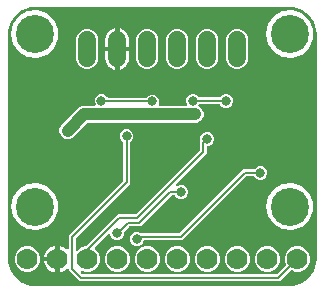
<source format=gbr>
G04 EAGLE Gerber RS-274X export*
G75*
%MOMM*%
%FSLAX34Y34*%
%LPD*%
%INBottom Copper*%
%IPPOS*%
%AMOC8*
5,1,8,0,0,1.08239X$1,22.5*%
G01*
%ADD10C,3.216000*%
%ADD11C,1.778000*%
%ADD12C,1.508000*%
%ADD13C,0.800100*%
%ADD14C,0.203200*%
%ADD15C,0.906400*%
%ADD16C,1.016000*%

G36*
X241344Y2547D02*
X241344Y2547D01*
X241380Y2544D01*
X244797Y2813D01*
X244955Y2848D01*
X245031Y2859D01*
X251531Y4971D01*
X251786Y5096D01*
X251800Y5109D01*
X251814Y5115D01*
X257343Y9133D01*
X257547Y9330D01*
X257556Y9346D01*
X257567Y9357D01*
X261585Y14886D01*
X261718Y15137D01*
X261722Y15156D01*
X261729Y15169D01*
X263841Y21669D01*
X263869Y21829D01*
X263887Y21903D01*
X264156Y25320D01*
X264153Y25365D01*
X264159Y25400D01*
X264159Y215900D01*
X264153Y215944D01*
X264156Y215980D01*
X263887Y219397D01*
X263852Y219555D01*
X263841Y219631D01*
X261729Y226131D01*
X261604Y226386D01*
X261591Y226400D01*
X261585Y226414D01*
X257567Y231943D01*
X257370Y232147D01*
X257354Y232156D01*
X257343Y232167D01*
X251814Y236185D01*
X251563Y236318D01*
X251544Y236322D01*
X251531Y236329D01*
X245031Y238441D01*
X244871Y238469D01*
X244797Y238487D01*
X241380Y238756D01*
X241335Y238753D01*
X241300Y238759D01*
X25400Y238759D01*
X25356Y238753D01*
X25320Y238756D01*
X21903Y238487D01*
X21745Y238452D01*
X21669Y238441D01*
X15169Y236329D01*
X14914Y236204D01*
X14900Y236191D01*
X14886Y236185D01*
X9357Y232167D01*
X9153Y231970D01*
X9144Y231954D01*
X9133Y231943D01*
X5115Y226414D01*
X4982Y226163D01*
X4978Y226144D01*
X4971Y226131D01*
X2859Y219631D01*
X2831Y219471D01*
X2813Y219397D01*
X2544Y215980D01*
X2547Y215935D01*
X2541Y215900D01*
X2541Y25400D01*
X2547Y25356D01*
X2544Y25320D01*
X2813Y21903D01*
X2848Y21745D01*
X2859Y21669D01*
X4971Y15169D01*
X5096Y14914D01*
X5109Y14900D01*
X5115Y14886D01*
X9133Y9357D01*
X9330Y9153D01*
X9346Y9144D01*
X9357Y9133D01*
X14886Y5115D01*
X15137Y4982D01*
X15156Y4978D01*
X15169Y4971D01*
X21669Y2859D01*
X21829Y2831D01*
X21903Y2813D01*
X25320Y2544D01*
X25365Y2547D01*
X25400Y2541D01*
X241300Y2541D01*
X241344Y2547D01*
G37*
%LPC*%
G36*
X63507Y6476D02*
X63507Y6476D01*
X54101Y15882D01*
X54101Y16435D01*
X54097Y16464D01*
X54100Y16493D01*
X54077Y16604D01*
X54061Y16716D01*
X54049Y16743D01*
X54044Y16772D01*
X53991Y16872D01*
X53945Y16976D01*
X53926Y16998D01*
X53913Y17024D01*
X53835Y17106D01*
X53762Y17193D01*
X53737Y17209D01*
X53717Y17230D01*
X53619Y17287D01*
X53525Y17350D01*
X53497Y17359D01*
X53472Y17374D01*
X53362Y17402D01*
X53254Y17436D01*
X53224Y17437D01*
X53196Y17444D01*
X53083Y17440D01*
X52970Y17443D01*
X52941Y17436D01*
X52912Y17435D01*
X52804Y17400D01*
X52695Y17372D01*
X52669Y17357D01*
X52641Y17348D01*
X52577Y17302D01*
X52450Y17226D01*
X52407Y17181D01*
X52368Y17153D01*
X51897Y16681D01*
X50441Y15624D01*
X48838Y14807D01*
X47127Y14251D01*
X46481Y14148D01*
X46481Y24384D01*
X46473Y24442D01*
X46475Y24500D01*
X46453Y24582D01*
X46441Y24665D01*
X46417Y24719D01*
X46403Y24775D01*
X46360Y24848D01*
X46325Y24925D01*
X46287Y24969D01*
X46257Y25020D01*
X46196Y25077D01*
X46141Y25142D01*
X46093Y25174D01*
X46050Y25214D01*
X45975Y25253D01*
X45905Y25299D01*
X45849Y25317D01*
X45797Y25344D01*
X45729Y25355D01*
X45634Y25385D01*
X45534Y25388D01*
X45466Y25399D01*
X44449Y25399D01*
X44449Y25401D01*
X45466Y25401D01*
X45524Y25409D01*
X45582Y25408D01*
X45664Y25429D01*
X45747Y25441D01*
X45801Y25465D01*
X45857Y25479D01*
X45930Y25522D01*
X46007Y25557D01*
X46052Y25595D01*
X46102Y25625D01*
X46160Y25686D01*
X46224Y25741D01*
X46256Y25789D01*
X46296Y25832D01*
X46335Y25907D01*
X46381Y25977D01*
X46399Y26033D01*
X46426Y26085D01*
X46437Y26153D01*
X46467Y26248D01*
X46470Y26348D01*
X46481Y26416D01*
X46481Y36652D01*
X47127Y36549D01*
X48838Y35993D01*
X50441Y35176D01*
X51897Y34119D01*
X52368Y33647D01*
X52392Y33630D01*
X52411Y33607D01*
X52505Y33545D01*
X52595Y33476D01*
X52623Y33466D01*
X52647Y33450D01*
X52755Y33416D01*
X52861Y33375D01*
X52890Y33373D01*
X52918Y33364D01*
X53031Y33361D01*
X53144Y33352D01*
X53173Y33357D01*
X53202Y33357D01*
X53312Y33385D01*
X53423Y33408D01*
X53449Y33421D01*
X53477Y33428D01*
X53575Y33486D01*
X53675Y33539D01*
X53697Y33559D01*
X53722Y33574D01*
X53799Y33656D01*
X53881Y33734D01*
X53896Y33760D01*
X53916Y33781D01*
X53968Y33882D01*
X54025Y33980D01*
X54032Y34008D01*
X54046Y34034D01*
X54059Y34111D01*
X54095Y34255D01*
X54093Y34318D01*
X54101Y34365D01*
X54101Y45713D01*
X99785Y91397D01*
X99838Y91467D01*
X99898Y91531D01*
X99923Y91580D01*
X99956Y91624D01*
X99987Y91706D01*
X100027Y91784D01*
X100035Y91831D01*
X100058Y91890D01*
X100070Y92038D01*
X100083Y92115D01*
X100083Y123818D01*
X100071Y123904D01*
X100068Y123992D01*
X100051Y124044D01*
X100043Y124099D01*
X100007Y124179D01*
X99980Y124262D01*
X99952Y124301D01*
X99927Y124358D01*
X99831Y124472D01*
X99785Y124535D01*
X98232Y126089D01*
X97352Y128213D01*
X97352Y130512D01*
X98232Y132636D01*
X99858Y134262D01*
X101982Y135142D01*
X104281Y135142D01*
X106405Y134262D01*
X108031Y132636D01*
X108911Y130512D01*
X108911Y128213D01*
X108031Y126089D01*
X106478Y124535D01*
X106425Y124466D01*
X106365Y124402D01*
X106340Y124352D01*
X106307Y124308D01*
X106276Y124227D01*
X106236Y124149D01*
X106228Y124101D01*
X106205Y124043D01*
X106193Y123895D01*
X106180Y123818D01*
X106180Y89169D01*
X60496Y43485D01*
X60444Y43415D01*
X60384Y43351D01*
X60358Y43301D01*
X60325Y43257D01*
X60294Y43176D01*
X60254Y43098D01*
X60246Y43050D01*
X60224Y42992D01*
X60212Y42844D01*
X60199Y42767D01*
X60199Y33288D01*
X60203Y33259D01*
X60200Y33229D01*
X60223Y33118D01*
X60239Y33006D01*
X60251Y32979D01*
X60256Y32951D01*
X60309Y32850D01*
X60355Y32747D01*
X60374Y32724D01*
X60387Y32698D01*
X60465Y32616D01*
X60538Y32530D01*
X60563Y32513D01*
X60583Y32492D01*
X60681Y32435D01*
X60775Y32372D01*
X60803Y32363D01*
X60828Y32348D01*
X60938Y32321D01*
X61046Y32286D01*
X61076Y32286D01*
X61104Y32278D01*
X61217Y32282D01*
X61330Y32279D01*
X61359Y32286D01*
X61388Y32287D01*
X61496Y32322D01*
X61605Y32351D01*
X61631Y32366D01*
X61659Y32375D01*
X61722Y32420D01*
X61850Y32496D01*
X61893Y32542D01*
X61932Y32570D01*
X63807Y34445D01*
X67728Y36069D01*
X68167Y36069D01*
X68253Y36081D01*
X68341Y36084D01*
X68393Y36101D01*
X68448Y36109D01*
X68528Y36144D01*
X68611Y36171D01*
X68650Y36199D01*
X68708Y36225D01*
X68821Y36321D01*
X68885Y36366D01*
X93809Y61290D01*
X93809Y61291D01*
X95892Y63374D01*
X110712Y63374D01*
X110798Y63386D01*
X110886Y63389D01*
X110938Y63406D01*
X110993Y63414D01*
X111073Y63449D01*
X111156Y63476D01*
X111195Y63504D01*
X111253Y63530D01*
X111366Y63626D01*
X111430Y63671D01*
X164849Y117090D01*
X164901Y117160D01*
X164961Y117224D01*
X164987Y117274D01*
X165020Y117318D01*
X165051Y117399D01*
X165091Y117477D01*
X165099Y117525D01*
X165121Y117583D01*
X165133Y117731D01*
X165146Y117808D01*
X165146Y124928D01*
X165373Y125155D01*
X165426Y125225D01*
X165486Y125289D01*
X165511Y125338D01*
X165544Y125382D01*
X165575Y125464D01*
X165615Y125542D01*
X165623Y125589D01*
X165646Y125648D01*
X165658Y125796D01*
X165671Y125873D01*
X165671Y128070D01*
X166551Y130194D01*
X168176Y131819D01*
X170300Y132699D01*
X172600Y132699D01*
X174724Y131819D01*
X176349Y130194D01*
X177229Y128070D01*
X177229Y125770D01*
X176349Y123646D01*
X174724Y122021D01*
X172600Y121141D01*
X172259Y121141D01*
X172201Y121133D01*
X172143Y121134D01*
X172061Y121113D01*
X171977Y121101D01*
X171924Y121077D01*
X171868Y121062D01*
X171795Y121019D01*
X171718Y120985D01*
X171673Y120947D01*
X171623Y120917D01*
X171565Y120855D01*
X171501Y120801D01*
X171469Y120752D01*
X171429Y120710D01*
X171390Y120635D01*
X171343Y120564D01*
X171326Y120509D01*
X171299Y120457D01*
X171288Y120389D01*
X171258Y120293D01*
X171255Y120194D01*
X171244Y120126D01*
X171244Y114862D01*
X145268Y88887D01*
X145217Y88818D01*
X145158Y88755D01*
X145131Y88705D01*
X145097Y88659D01*
X145067Y88579D01*
X145027Y88503D01*
X145016Y88447D01*
X144996Y88394D01*
X144989Y88308D01*
X144972Y88224D01*
X144977Y88167D01*
X144972Y88110D01*
X144989Y88026D01*
X144997Y87941D01*
X145017Y87888D01*
X145028Y87832D01*
X145068Y87755D01*
X145099Y87675D01*
X145133Y87630D01*
X145159Y87579D01*
X145218Y87517D01*
X145270Y87449D01*
X145316Y87415D01*
X145355Y87373D01*
X145429Y87330D01*
X145498Y87278D01*
X145551Y87258D01*
X145600Y87230D01*
X145684Y87208D01*
X145764Y87178D01*
X145821Y87173D01*
X145876Y87159D01*
X145962Y87162D01*
X146047Y87155D01*
X146096Y87166D01*
X146160Y87168D01*
X146298Y87213D01*
X146375Y87231D01*
X148260Y88012D01*
X150559Y88012D01*
X152683Y87132D01*
X154309Y85506D01*
X155189Y83382D01*
X155189Y81083D01*
X154309Y78959D01*
X152683Y77333D01*
X150559Y76453D01*
X148260Y76453D01*
X146136Y77333D01*
X144583Y78886D01*
X144513Y78939D01*
X144449Y78999D01*
X144400Y79024D01*
X144355Y79057D01*
X144274Y79088D01*
X144196Y79128D01*
X144148Y79136D01*
X144090Y79159D01*
X143942Y79171D01*
X143865Y79184D01*
X141733Y79184D01*
X141647Y79172D01*
X141559Y79169D01*
X141507Y79152D01*
X141452Y79144D01*
X141372Y79108D01*
X141289Y79081D01*
X141249Y79053D01*
X141192Y79028D01*
X141079Y78932D01*
X141015Y78886D01*
X115341Y53212D01*
X106237Y53212D01*
X106150Y53200D01*
X106063Y53197D01*
X106010Y53180D01*
X105955Y53172D01*
X105875Y53137D01*
X105792Y53110D01*
X105753Y53082D01*
X105696Y53056D01*
X105583Y52960D01*
X105519Y52915D01*
X101051Y48447D01*
X100999Y48377D01*
X100939Y48313D01*
X100913Y48264D01*
X100880Y48220D01*
X100849Y48138D01*
X100809Y48060D01*
X100801Y48013D01*
X100779Y47954D01*
X100767Y47807D01*
X100754Y47729D01*
X100754Y46116D01*
X99874Y43992D01*
X98248Y42366D01*
X96124Y41486D01*
X93825Y41486D01*
X91701Y42366D01*
X90075Y43992D01*
X89209Y46082D01*
X89151Y46181D01*
X89098Y46283D01*
X89079Y46303D01*
X89065Y46327D01*
X88981Y46406D01*
X88902Y46489D01*
X88878Y46503D01*
X88858Y46522D01*
X88756Y46575D01*
X88657Y46633D01*
X88630Y46640D01*
X88605Y46653D01*
X88492Y46675D01*
X88381Y46703D01*
X88354Y46702D01*
X88326Y46708D01*
X88212Y46698D01*
X88097Y46694D01*
X88071Y46686D01*
X88043Y46683D01*
X87936Y46642D01*
X87827Y46607D01*
X87806Y46592D01*
X87778Y46581D01*
X87565Y46420D01*
X87553Y46412D01*
X76458Y35316D01*
X76423Y35269D01*
X76380Y35229D01*
X76337Y35156D01*
X76287Y35089D01*
X76266Y35034D01*
X76236Y34984D01*
X76216Y34902D01*
X76185Y34823D01*
X76181Y34765D01*
X76166Y34708D01*
X76169Y34624D01*
X76162Y34540D01*
X76173Y34483D01*
X76175Y34424D01*
X76201Y34344D01*
X76218Y34261D01*
X76245Y34209D01*
X76263Y34154D01*
X76303Y34097D01*
X76349Y34009D01*
X76418Y33936D01*
X76458Y33880D01*
X78894Y31443D01*
X80519Y27522D01*
X80519Y23278D01*
X78894Y19357D01*
X75893Y16356D01*
X71972Y14731D01*
X67728Y14731D01*
X65867Y15502D01*
X65783Y15524D01*
X65703Y15554D01*
X65646Y15559D01*
X65591Y15573D01*
X65505Y15571D01*
X65420Y15578D01*
X65364Y15567D01*
X65307Y15565D01*
X65225Y15539D01*
X65141Y15522D01*
X65090Y15496D01*
X65036Y15478D01*
X64965Y15431D01*
X64889Y15391D01*
X64847Y15352D01*
X64800Y15320D01*
X64745Y15254D01*
X64683Y15195D01*
X64654Y15146D01*
X64617Y15103D01*
X64582Y15024D01*
X64539Y14950D01*
X64525Y14895D01*
X64502Y14843D01*
X64490Y14758D01*
X64469Y14674D01*
X64471Y14618D01*
X64463Y14561D01*
X64475Y14476D01*
X64478Y14390D01*
X64495Y14336D01*
X64503Y14280D01*
X64539Y14202D01*
X64565Y14120D01*
X64594Y14079D01*
X64621Y14021D01*
X64715Y13910D01*
X64760Y13846D01*
X65735Y12871D01*
X65805Y12819D01*
X65869Y12759D01*
X65919Y12733D01*
X65963Y12700D01*
X66044Y12669D01*
X66122Y12629D01*
X66170Y12621D01*
X66228Y12599D01*
X66376Y12587D01*
X66453Y12574D01*
X230092Y12574D01*
X230178Y12586D01*
X230266Y12589D01*
X230318Y12606D01*
X230373Y12614D01*
X230453Y12649D01*
X230536Y12676D01*
X230575Y12704D01*
X230633Y12730D01*
X230746Y12826D01*
X230810Y12871D01*
X237742Y19804D01*
X237743Y19805D01*
X237744Y19806D01*
X237833Y19924D01*
X237913Y20031D01*
X237913Y20032D01*
X237914Y20034D01*
X237963Y20161D01*
X238014Y20296D01*
X238014Y20298D01*
X238015Y20299D01*
X238026Y20444D01*
X238038Y20580D01*
X238037Y20581D01*
X238038Y20583D01*
X238034Y20598D01*
X237982Y20858D01*
X237968Y20886D01*
X237962Y20910D01*
X236981Y23278D01*
X236981Y27522D01*
X238606Y31443D01*
X241607Y34444D01*
X245528Y36069D01*
X249772Y36069D01*
X253693Y34444D01*
X256694Y31443D01*
X258319Y27522D01*
X258319Y23278D01*
X256694Y19357D01*
X253693Y16356D01*
X249772Y14731D01*
X245528Y14731D01*
X243160Y15712D01*
X243158Y15712D01*
X243157Y15713D01*
X243023Y15747D01*
X242885Y15783D01*
X242883Y15783D01*
X242882Y15783D01*
X242741Y15779D01*
X242601Y15775D01*
X242599Y15774D01*
X242597Y15774D01*
X242465Y15731D01*
X242330Y15688D01*
X242328Y15687D01*
X242327Y15687D01*
X242315Y15678D01*
X242094Y15530D01*
X242074Y15506D01*
X242054Y15492D01*
X233038Y6476D01*
X63507Y6476D01*
G37*
%LPD*%
%LPC*%
G36*
X51925Y127052D02*
X51925Y127052D01*
X49311Y128135D01*
X47310Y130136D01*
X46227Y132750D01*
X46227Y135580D01*
X47310Y138194D01*
X63101Y153985D01*
X65715Y155068D01*
X75928Y155068D01*
X76042Y155084D01*
X76157Y155094D01*
X76183Y155104D01*
X76210Y155108D01*
X76315Y155155D01*
X76422Y155196D01*
X76444Y155212D01*
X76469Y155224D01*
X76557Y155298D01*
X76649Y155367D01*
X76665Y155390D01*
X76686Y155407D01*
X76750Y155503D01*
X76819Y155595D01*
X76829Y155621D01*
X76844Y155644D01*
X76879Y155754D01*
X76919Y155861D01*
X76921Y155889D01*
X76930Y155915D01*
X76933Y156030D01*
X76942Y156144D01*
X76936Y156169D01*
X76937Y156199D01*
X76870Y156456D01*
X76866Y156472D01*
X76136Y158235D01*
X76136Y160535D01*
X77016Y162659D01*
X78641Y164284D01*
X80765Y165164D01*
X83065Y165164D01*
X85189Y164284D01*
X86814Y162659D01*
X86885Y162489D01*
X86885Y162488D01*
X86886Y162486D01*
X86956Y162367D01*
X87029Y162244D01*
X87030Y162243D01*
X87031Y162242D01*
X87135Y162144D01*
X87236Y162049D01*
X87237Y162048D01*
X87238Y162047D01*
X87364Y161983D01*
X87489Y161919D01*
X87490Y161918D01*
X87492Y161918D01*
X87506Y161915D01*
X87767Y161864D01*
X87798Y161866D01*
X87823Y161862D01*
X119550Y161862D01*
X119637Y161874D01*
X119724Y161877D01*
X119777Y161894D01*
X119832Y161902D01*
X119911Y161938D01*
X119995Y161965D01*
X120034Y161993D01*
X120091Y162018D01*
X120204Y162114D01*
X120268Y162160D01*
X121821Y163713D01*
X123945Y164593D01*
X126245Y164593D01*
X128369Y163713D01*
X129994Y162087D01*
X130874Y159963D01*
X130874Y157664D01*
X130380Y156472D01*
X130352Y156360D01*
X130317Y156251D01*
X130316Y156223D01*
X130309Y156196D01*
X130313Y156082D01*
X130310Y155967D01*
X130317Y155940D01*
X130318Y155912D01*
X130353Y155803D01*
X130382Y155692D01*
X130396Y155668D01*
X130404Y155641D01*
X130468Y155546D01*
X130527Y155447D01*
X130547Y155428D01*
X130562Y155405D01*
X130650Y155331D01*
X130734Y155253D01*
X130759Y155240D01*
X130780Y155222D01*
X130885Y155176D01*
X130987Y155123D01*
X131012Y155119D01*
X131040Y155107D01*
X131304Y155070D01*
X131318Y155068D01*
X153398Y155068D01*
X153512Y155084D01*
X153627Y155094D01*
X153653Y155104D01*
X153680Y155108D01*
X153785Y155155D01*
X153892Y155196D01*
X153914Y155212D01*
X153939Y155224D01*
X154027Y155298D01*
X154119Y155367D01*
X154135Y155390D01*
X154156Y155407D01*
X154220Y155503D01*
X154289Y155595D01*
X154299Y155621D01*
X154314Y155644D01*
X154349Y155754D01*
X154389Y155861D01*
X154391Y155889D01*
X154400Y155915D01*
X154403Y156030D01*
X154412Y156144D01*
X154406Y156169D01*
X154407Y156199D01*
X154340Y156456D01*
X154336Y156472D01*
X153606Y158235D01*
X153606Y160535D01*
X154486Y162659D01*
X156111Y164284D01*
X158235Y165164D01*
X160535Y165164D01*
X162659Y164284D01*
X164212Y162731D01*
X164282Y162679D01*
X164346Y162619D01*
X164395Y162593D01*
X164439Y162560D01*
X164521Y162529D01*
X164599Y162489D01*
X164646Y162481D01*
X164705Y162459D01*
X164853Y162447D01*
X164930Y162434D01*
X181780Y162434D01*
X181867Y162446D01*
X181954Y162449D01*
X182007Y162466D01*
X182062Y162474D01*
X182141Y162509D01*
X182225Y162536D01*
X182264Y162564D01*
X182321Y162590D01*
X182434Y162686D01*
X182498Y162731D01*
X184051Y164284D01*
X186175Y165164D01*
X188475Y165164D01*
X190599Y164284D01*
X192224Y162659D01*
X193104Y160535D01*
X193104Y158235D01*
X192224Y156111D01*
X190599Y154486D01*
X188475Y153606D01*
X186175Y153606D01*
X184051Y154486D01*
X182498Y156039D01*
X182428Y156091D01*
X182364Y156151D01*
X182315Y156177D01*
X182271Y156210D01*
X182189Y156241D01*
X182111Y156281D01*
X182064Y156289D01*
X182005Y156311D01*
X181857Y156323D01*
X181780Y156336D01*
X164930Y156336D01*
X164843Y156324D01*
X164756Y156321D01*
X164703Y156304D01*
X164648Y156296D01*
X164569Y156261D01*
X164486Y156234D01*
X164446Y156206D01*
X164389Y156180D01*
X164276Y156085D01*
X164212Y156039D01*
X164158Y155985D01*
X164089Y155894D01*
X164015Y155806D01*
X164004Y155780D01*
X163987Y155758D01*
X163946Y155651D01*
X163900Y155546D01*
X163896Y155518D01*
X163886Y155493D01*
X163877Y155378D01*
X163861Y155264D01*
X163865Y155237D01*
X163862Y155209D01*
X163885Y155097D01*
X163902Y154983D01*
X163913Y154958D01*
X163918Y154931D01*
X163971Y154828D01*
X164019Y154724D01*
X164036Y154703D01*
X164049Y154678D01*
X164128Y154595D01*
X164203Y154507D01*
X164224Y154494D01*
X164245Y154472D01*
X164476Y154336D01*
X164488Y154329D01*
X165319Y153985D01*
X167320Y151984D01*
X168403Y149370D01*
X168403Y146540D01*
X167320Y143926D01*
X165319Y141925D01*
X162705Y140842D01*
X70497Y140842D01*
X70410Y140830D01*
X70323Y140827D01*
X70270Y140810D01*
X70215Y140802D01*
X70135Y140767D01*
X70052Y140740D01*
X70013Y140712D01*
X69956Y140686D01*
X69843Y140590D01*
X69779Y140545D01*
X57369Y128135D01*
X54755Y127052D01*
X51925Y127052D01*
G37*
%LPD*%
%LPC*%
G36*
X19177Y196748D02*
X19177Y196748D01*
X11925Y200934D01*
X7003Y207709D01*
X5262Y215900D01*
X7003Y224091D01*
X11925Y230866D01*
X19177Y235052D01*
X27505Y235928D01*
X35469Y233340D01*
X41692Y227737D01*
X45098Y220087D01*
X45098Y211713D01*
X41692Y204063D01*
X35469Y198460D01*
X27505Y195872D01*
X19177Y196748D01*
G37*
%LPD*%
%LPC*%
G36*
X235077Y196748D02*
X235077Y196748D01*
X227825Y200934D01*
X222903Y207709D01*
X221162Y215900D01*
X222903Y224091D01*
X227825Y230866D01*
X235077Y235052D01*
X243405Y235928D01*
X251369Y233340D01*
X257592Y227737D01*
X260998Y220087D01*
X260998Y211713D01*
X257592Y204063D01*
X251369Y198460D01*
X243405Y195872D01*
X235077Y196748D01*
G37*
%LPD*%
%LPC*%
G36*
X19177Y50698D02*
X19177Y50698D01*
X11925Y54884D01*
X7003Y61659D01*
X5262Y69850D01*
X7003Y78041D01*
X11925Y84816D01*
X19177Y89002D01*
X27505Y89878D01*
X35469Y87290D01*
X41692Y81687D01*
X45098Y74037D01*
X45098Y65663D01*
X41692Y58013D01*
X35469Y52410D01*
X27505Y49822D01*
X19177Y50698D01*
G37*
%LPD*%
%LPC*%
G36*
X235077Y50698D02*
X235077Y50698D01*
X227825Y54884D01*
X222903Y61659D01*
X221162Y69850D01*
X222903Y78041D01*
X227825Y84816D01*
X235077Y89002D01*
X243405Y89878D01*
X251369Y87290D01*
X257592Y81687D01*
X260998Y74037D01*
X260998Y65663D01*
X257592Y58013D01*
X251369Y52410D01*
X243405Y49822D01*
X235077Y50698D01*
G37*
%LPD*%
%LPC*%
G36*
X110610Y36766D02*
X110610Y36766D01*
X108486Y37646D01*
X106861Y39271D01*
X105981Y41395D01*
X105981Y43695D01*
X106861Y45819D01*
X108486Y47444D01*
X110610Y48324D01*
X112910Y48324D01*
X114716Y47576D01*
X114746Y47568D01*
X114773Y47554D01*
X114851Y47541D01*
X114991Y47505D01*
X115056Y47507D01*
X115104Y47499D01*
X147542Y47499D01*
X147628Y47511D01*
X147716Y47514D01*
X147768Y47531D01*
X147823Y47539D01*
X147903Y47574D01*
X147986Y47601D01*
X148025Y47629D01*
X148083Y47655D01*
X148196Y47751D01*
X148260Y47796D01*
X201937Y101474D01*
X210990Y101474D01*
X211077Y101486D01*
X211164Y101489D01*
X211217Y101506D01*
X211272Y101514D01*
X211351Y101549D01*
X211435Y101576D01*
X211474Y101604D01*
X211531Y101630D01*
X211644Y101726D01*
X211708Y101771D01*
X213261Y103324D01*
X215385Y104204D01*
X217685Y104204D01*
X219809Y103324D01*
X221434Y101699D01*
X222314Y99575D01*
X222314Y97275D01*
X221434Y95151D01*
X219809Y93526D01*
X217685Y92646D01*
X215385Y92646D01*
X213261Y93526D01*
X211708Y95079D01*
X211638Y95131D01*
X211574Y95191D01*
X211525Y95217D01*
X211481Y95250D01*
X211399Y95281D01*
X211321Y95321D01*
X211274Y95329D01*
X211215Y95351D01*
X211067Y95363D01*
X210990Y95376D01*
X204883Y95376D01*
X204797Y95364D01*
X204709Y95361D01*
X204657Y95344D01*
X204602Y95336D01*
X204522Y95301D01*
X204439Y95274D01*
X204400Y95246D01*
X204342Y95220D01*
X204229Y95124D01*
X204165Y95079D01*
X150488Y41401D01*
X118220Y41401D01*
X118218Y41401D01*
X118217Y41401D01*
X118078Y41381D01*
X117939Y41361D01*
X117937Y41361D01*
X117936Y41361D01*
X117810Y41304D01*
X117679Y41245D01*
X117678Y41244D01*
X117676Y41243D01*
X117569Y41152D01*
X117462Y41062D01*
X117461Y41060D01*
X117460Y41059D01*
X117452Y41046D01*
X117305Y40825D01*
X117295Y40796D01*
X117282Y40775D01*
X116659Y39271D01*
X115034Y37646D01*
X112910Y36766D01*
X110610Y36766D01*
G37*
%LPD*%
%LPC*%
G36*
X118796Y186341D02*
X118796Y186341D01*
X115371Y187760D01*
X112750Y190381D01*
X111331Y193806D01*
X111331Y212594D01*
X112750Y216019D01*
X115371Y218640D01*
X118796Y220059D01*
X122504Y220059D01*
X125929Y218640D01*
X128550Y216019D01*
X129969Y212594D01*
X129969Y193806D01*
X128550Y190381D01*
X125929Y187760D01*
X122504Y186341D01*
X118796Y186341D01*
G37*
%LPD*%
%LPC*%
G36*
X67996Y186341D02*
X67996Y186341D01*
X64571Y187760D01*
X61950Y190381D01*
X60531Y193806D01*
X60531Y212594D01*
X61950Y216019D01*
X64571Y218640D01*
X67996Y220059D01*
X71704Y220059D01*
X75129Y218640D01*
X77750Y216019D01*
X79169Y212594D01*
X79169Y193806D01*
X77750Y190381D01*
X75129Y187760D01*
X71704Y186341D01*
X67996Y186341D01*
G37*
%LPD*%
%LPC*%
G36*
X194996Y186341D02*
X194996Y186341D01*
X191571Y187760D01*
X188950Y190381D01*
X187531Y193806D01*
X187531Y212594D01*
X188950Y216019D01*
X191571Y218640D01*
X194996Y220059D01*
X198704Y220059D01*
X202129Y218640D01*
X204750Y216019D01*
X206169Y212594D01*
X206169Y193806D01*
X204750Y190381D01*
X202129Y187760D01*
X198704Y186341D01*
X194996Y186341D01*
G37*
%LPD*%
%LPC*%
G36*
X169596Y186341D02*
X169596Y186341D01*
X166171Y187760D01*
X163550Y190381D01*
X162131Y193806D01*
X162131Y212594D01*
X163550Y216019D01*
X166171Y218640D01*
X169596Y220059D01*
X173304Y220059D01*
X176729Y218640D01*
X179350Y216019D01*
X180769Y212594D01*
X180769Y193806D01*
X179350Y190381D01*
X176729Y187760D01*
X173304Y186341D01*
X169596Y186341D01*
G37*
%LPD*%
%LPC*%
G36*
X144196Y186341D02*
X144196Y186341D01*
X140771Y187760D01*
X138150Y190381D01*
X136731Y193806D01*
X136731Y212594D01*
X138150Y216019D01*
X140771Y218640D01*
X144196Y220059D01*
X147904Y220059D01*
X151329Y218640D01*
X153950Y216019D01*
X155369Y212594D01*
X155369Y193806D01*
X153950Y190381D01*
X151329Y187760D01*
X147904Y186341D01*
X144196Y186341D01*
G37*
%LPD*%
%LPC*%
G36*
X220128Y14731D02*
X220128Y14731D01*
X216207Y16356D01*
X213206Y19357D01*
X211581Y23278D01*
X211581Y27522D01*
X213206Y31443D01*
X216207Y34444D01*
X220128Y36069D01*
X224372Y36069D01*
X228293Y34444D01*
X231294Y31443D01*
X232919Y27522D01*
X232919Y23278D01*
X231294Y19357D01*
X228293Y16356D01*
X224372Y14731D01*
X220128Y14731D01*
G37*
%LPD*%
%LPC*%
G36*
X194728Y14731D02*
X194728Y14731D01*
X190807Y16356D01*
X187806Y19357D01*
X186181Y23278D01*
X186181Y27522D01*
X187806Y31443D01*
X190807Y34444D01*
X194728Y36069D01*
X198972Y36069D01*
X202893Y34444D01*
X205894Y31443D01*
X207519Y27522D01*
X207519Y23278D01*
X205894Y19357D01*
X202893Y16356D01*
X198972Y14731D01*
X194728Y14731D01*
G37*
%LPD*%
%LPC*%
G36*
X169328Y14731D02*
X169328Y14731D01*
X165407Y16356D01*
X162406Y19357D01*
X160781Y23278D01*
X160781Y27522D01*
X162406Y31443D01*
X165407Y34444D01*
X169328Y36069D01*
X173572Y36069D01*
X177493Y34444D01*
X180494Y31443D01*
X182119Y27522D01*
X182119Y23278D01*
X180494Y19357D01*
X177493Y16356D01*
X173572Y14731D01*
X169328Y14731D01*
G37*
%LPD*%
%LPC*%
G36*
X143928Y14731D02*
X143928Y14731D01*
X140007Y16356D01*
X137006Y19357D01*
X135381Y23278D01*
X135381Y27522D01*
X137006Y31443D01*
X140007Y34444D01*
X143928Y36069D01*
X148172Y36069D01*
X152093Y34444D01*
X155094Y31443D01*
X156719Y27522D01*
X156719Y23278D01*
X155094Y19357D01*
X152093Y16356D01*
X148172Y14731D01*
X143928Y14731D01*
G37*
%LPD*%
%LPC*%
G36*
X118528Y14731D02*
X118528Y14731D01*
X114607Y16356D01*
X111606Y19357D01*
X109981Y23278D01*
X109981Y27522D01*
X111606Y31443D01*
X114607Y34444D01*
X118528Y36069D01*
X122772Y36069D01*
X126693Y34444D01*
X129694Y31443D01*
X131319Y27522D01*
X131319Y23278D01*
X129694Y19357D01*
X126693Y16356D01*
X122772Y14731D01*
X118528Y14731D01*
G37*
%LPD*%
%LPC*%
G36*
X93128Y14731D02*
X93128Y14731D01*
X89207Y16356D01*
X86206Y19357D01*
X84581Y23278D01*
X84581Y27522D01*
X86206Y31443D01*
X89207Y34444D01*
X93128Y36069D01*
X97372Y36069D01*
X101293Y34444D01*
X104294Y31443D01*
X105919Y27522D01*
X105919Y23278D01*
X104294Y19357D01*
X101293Y16356D01*
X97372Y14731D01*
X93128Y14731D01*
G37*
%LPD*%
%LPC*%
G36*
X16928Y14731D02*
X16928Y14731D01*
X13007Y16356D01*
X10006Y19357D01*
X8381Y23278D01*
X8381Y27522D01*
X10006Y31443D01*
X13007Y34444D01*
X16928Y36069D01*
X21172Y36069D01*
X25093Y34444D01*
X28094Y31443D01*
X29719Y27522D01*
X29719Y23278D01*
X28094Y19357D01*
X25093Y16356D01*
X21172Y14731D01*
X16928Y14731D01*
G37*
%LPD*%
%LPC*%
G36*
X97281Y205231D02*
X97281Y205231D01*
X97281Y220625D01*
X97611Y220573D01*
X99120Y220082D01*
X100533Y219362D01*
X101817Y218429D01*
X102939Y217307D01*
X103872Y216023D01*
X104592Y214610D01*
X105083Y213101D01*
X105331Y211533D01*
X105331Y205231D01*
X97281Y205231D01*
G37*
%LPD*%
%LPC*%
G36*
X97281Y201169D02*
X97281Y201169D01*
X105331Y201169D01*
X105331Y194867D01*
X105083Y193299D01*
X104592Y191790D01*
X103872Y190377D01*
X102939Y189093D01*
X101817Y187971D01*
X100533Y187038D01*
X99120Y186318D01*
X97611Y185827D01*
X97281Y185775D01*
X97281Y201169D01*
G37*
%LPD*%
%LPC*%
G36*
X85169Y205231D02*
X85169Y205231D01*
X85169Y211533D01*
X85417Y213101D01*
X85908Y214610D01*
X86628Y216023D01*
X87561Y217307D01*
X88683Y218429D01*
X89967Y219362D01*
X91380Y220082D01*
X92889Y220573D01*
X93219Y220625D01*
X93219Y205231D01*
X85169Y205231D01*
G37*
%LPD*%
%LPC*%
G36*
X92889Y185827D02*
X92889Y185827D01*
X91380Y186318D01*
X89967Y187038D01*
X88683Y187971D01*
X87561Y189093D01*
X86628Y190377D01*
X85908Y191790D01*
X85417Y193299D01*
X85169Y194867D01*
X85169Y201169D01*
X93219Y201169D01*
X93219Y185775D01*
X92889Y185827D01*
G37*
%LPD*%
%LPC*%
G36*
X33198Y27431D02*
X33198Y27431D01*
X33301Y28077D01*
X33857Y29788D01*
X34674Y31391D01*
X35731Y32847D01*
X37003Y34119D01*
X38459Y35176D01*
X40062Y35993D01*
X41773Y36549D01*
X42419Y36652D01*
X42419Y27431D01*
X33198Y27431D01*
G37*
%LPD*%
%LPC*%
G36*
X41773Y14251D02*
X41773Y14251D01*
X40062Y14807D01*
X38459Y15624D01*
X37003Y16681D01*
X35731Y17953D01*
X34674Y19409D01*
X33857Y21012D01*
X33301Y22723D01*
X33198Y23369D01*
X42419Y23369D01*
X42419Y14148D01*
X41773Y14251D01*
G37*
%LPD*%
%LPC*%
G36*
X95249Y203199D02*
X95249Y203199D01*
X95249Y203201D01*
X95251Y203201D01*
X95251Y203199D01*
X95249Y203199D01*
G37*
%LPD*%
D10*
X25400Y215900D03*
X241300Y215900D03*
D11*
X19050Y25400D03*
X44450Y25400D03*
X69850Y25400D03*
X95250Y25400D03*
X120650Y25400D03*
X146050Y25400D03*
X171450Y25400D03*
X196850Y25400D03*
X222250Y25400D03*
X247650Y25400D03*
D12*
X196850Y195660D02*
X196850Y210740D01*
X171450Y210740D02*
X171450Y195660D01*
X146050Y195660D02*
X146050Y210740D01*
X120650Y210740D02*
X120650Y195660D01*
X95250Y195660D02*
X95250Y210740D01*
X69850Y210740D02*
X69850Y195660D01*
D10*
X25400Y69850D03*
X241300Y69850D03*
D13*
X168910Y88900D03*
X177165Y52705D03*
X198120Y56515D03*
X124460Y109855D03*
X137795Y109855D03*
X137160Y121920D03*
X137160Y134620D03*
X124460Y134620D03*
X124460Y121920D03*
X149860Y134620D03*
X149860Y121920D03*
X149860Y109220D03*
X196215Y137795D03*
X214630Y161925D03*
X238760Y137160D03*
X256540Y153035D03*
X255270Y135255D03*
X219075Y86360D03*
X217805Y62865D03*
X254635Y43815D03*
X87630Y39370D03*
X74930Y48260D03*
X46355Y85090D03*
X33020Y93980D03*
X16510Y114300D03*
X17780Y131445D03*
X25400Y184785D03*
X52705Y153035D03*
X79375Y176530D03*
X62230Y125095D03*
X49530Y64135D03*
X171450Y126920D03*
D14*
X168195Y123665D01*
X168195Y116125D01*
X112395Y60325D01*
X97155Y60325D01*
X69850Y33020D01*
X69850Y25400D01*
D13*
X103132Y129362D03*
D14*
X103132Y90432D01*
X57150Y44450D01*
X57150Y17145D01*
X231775Y9525D02*
X247650Y25400D01*
X64770Y9525D02*
X57150Y17145D01*
X64770Y9525D02*
X231775Y9525D01*
D13*
X125095Y158814D03*
D14*
X82487Y158814D01*
X81915Y159385D01*
D13*
X81915Y159385D03*
X159385Y159385D03*
D14*
X187325Y159385D01*
D13*
X187325Y159385D03*
D15*
X114300Y147955D03*
D16*
X161290Y147955D01*
D15*
X161290Y147955D03*
D16*
X114300Y147955D02*
X67130Y147955D01*
X53340Y134165D01*
D13*
X53340Y134165D03*
X149410Y82233D03*
D14*
X140050Y82233D01*
X114078Y56261D01*
X95558Y47266D02*
X94974Y47266D01*
X95558Y47266D02*
X104553Y56261D01*
X114078Y56261D01*
D13*
X94974Y47266D03*
X111760Y42545D03*
D14*
X113665Y44450D02*
X149225Y44450D01*
X113665Y44450D02*
X111760Y42545D01*
X203200Y98425D02*
X216535Y98425D01*
D13*
X216535Y98425D03*
D14*
X203200Y98425D02*
X149225Y44450D01*
M02*

</source>
